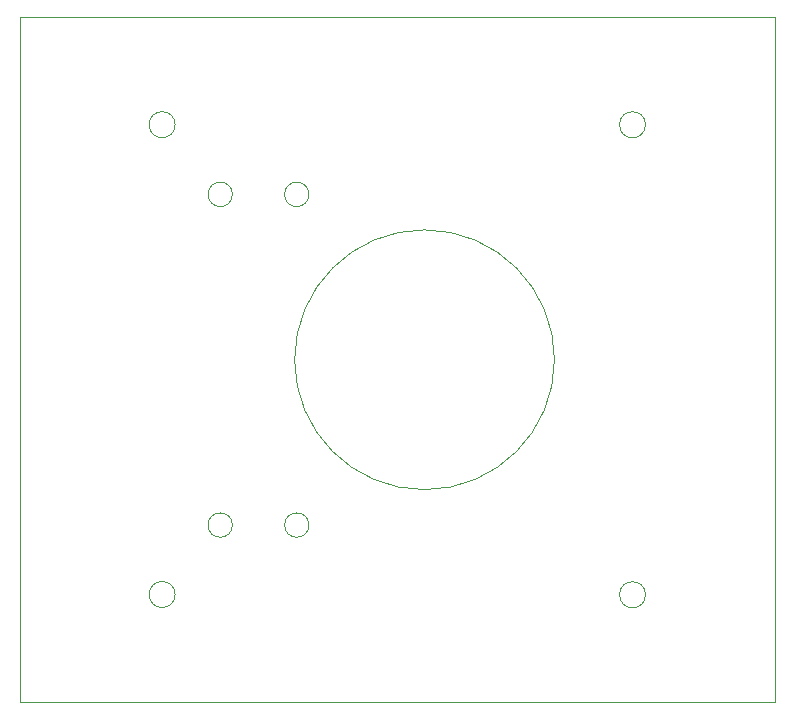
<source format=gbr>
%TF.GenerationSoftware,KiCad,Pcbnew,(5.1.4)-1*%
%TF.CreationDate,2019-12-19T17:17:14-07:00*%
%TF.ProjectId,ypanel,7970616e-656c-42e6-9b69-6361645f7063,rev?*%
%TF.SameCoordinates,Original*%
%TF.FileFunction,Profile,NP*%
%FSLAX46Y46*%
G04 Gerber Fmt 4.6, Leading zero omitted, Abs format (unit mm)*
G04 Created by KiCad (PCBNEW (5.1.4)-1) date 2019-12-19 17:17:14*
%MOMM*%
%LPD*%
G04 APERTURE LIST*
%ADD10C,0.100000*%
%ADD11C,0.050000*%
G04 APERTURE END LIST*
D10*
X158291000Y-99002479D02*
G75*
G03X158291000Y-99002479I-11000000J0D01*
G01*
X166000000Y-118900000D02*
G75*
G03X166000000Y-118900000I-1100000J0D01*
G01*
X177000000Y-128000000D02*
X177000000Y-70000000D01*
D11*
X126172800Y-118876400D02*
G75*
G03X126172800Y-118876400I-1100000J0D01*
G01*
X126172800Y-79100000D02*
G75*
G03X126172800Y-79100000I-1100000J0D01*
G01*
D10*
X131024564Y-85002478D02*
G75*
G03X131024564Y-85002478I-1029564J0D01*
G01*
X137499564Y-85002478D02*
G75*
G03X137499564Y-85002478I-1029564J0D01*
G01*
X165995000Y-79102480D02*
G75*
G03X165995000Y-79102480I-1100000J0D01*
G01*
X137499564Y-113002480D02*
G75*
G03X137499564Y-113002480I-1029564J0D01*
G01*
X131024564Y-113002480D02*
G75*
G03X131024564Y-113002480I-1029564J0D01*
G01*
X177000000Y-70000000D02*
X113000000Y-70000000D01*
X113000000Y-128000000D02*
X177000000Y-128000000D01*
X113000000Y-70000000D02*
X113000000Y-128000000D01*
M02*

</source>
